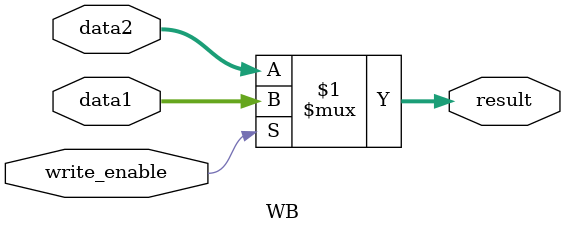
<source format=v>
module WB (
    input wire [31:0] data1,  // Input data from Execution Unit 1
    input wire [31:0] data2,  // Input data from Execution Unit 2
    input wire write_enable, // Control signal to enable writing back to the register file
    output wire [31:0] result // Output data to be written back
);

assign result = (write_enable) ? data1 : data2;

endmodule


</source>
